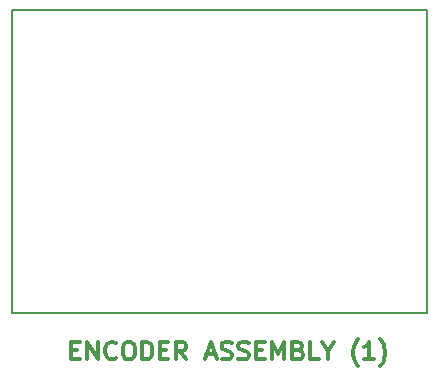
<source format=gbr>
G04 #@! TF.GenerationSoftware,KiCad,Pcbnew,(5.0.0-3-g5ebb6b6)*
G04 #@! TF.CreationDate,2019-05-02T12:54:52+02:00*
G04 #@! TF.ProjectId,Encoder assembly 1,456E636F64657220617373656D626C79,rev?*
G04 #@! TF.SameCoordinates,Original*
G04 #@! TF.FileFunction,Legend,Top*
G04 #@! TF.FilePolarity,Positive*
%FSLAX46Y46*%
G04 Gerber Fmt 4.6, Leading zero omitted, Abs format (unit mm)*
G04 Created by KiCad (PCBNEW (5.0.0-3-g5ebb6b6)) date Thursday, 02 May 2019 at 12:54:52*
%MOMM*%
%LPD*%
G01*
G04 APERTURE LIST*
%ADD10C,0.300000*%
%ADD11C,0.200000*%
G04 APERTURE END LIST*
D10*
X92564285Y-97142857D02*
X93064285Y-97142857D01*
X93278571Y-97928571D02*
X92564285Y-97928571D01*
X92564285Y-96428571D01*
X93278571Y-96428571D01*
X93921428Y-97928571D02*
X93921428Y-96428571D01*
X94778571Y-97928571D01*
X94778571Y-96428571D01*
X96350000Y-97785714D02*
X96278571Y-97857142D01*
X96064285Y-97928571D01*
X95921428Y-97928571D01*
X95707142Y-97857142D01*
X95564285Y-97714285D01*
X95492857Y-97571428D01*
X95421428Y-97285714D01*
X95421428Y-97071428D01*
X95492857Y-96785714D01*
X95564285Y-96642857D01*
X95707142Y-96500000D01*
X95921428Y-96428571D01*
X96064285Y-96428571D01*
X96278571Y-96500000D01*
X96350000Y-96571428D01*
X97278571Y-96428571D02*
X97564285Y-96428571D01*
X97707142Y-96500000D01*
X97850000Y-96642857D01*
X97921428Y-96928571D01*
X97921428Y-97428571D01*
X97850000Y-97714285D01*
X97707142Y-97857142D01*
X97564285Y-97928571D01*
X97278571Y-97928571D01*
X97135714Y-97857142D01*
X96992857Y-97714285D01*
X96921428Y-97428571D01*
X96921428Y-96928571D01*
X96992857Y-96642857D01*
X97135714Y-96500000D01*
X97278571Y-96428571D01*
X98564285Y-97928571D02*
X98564285Y-96428571D01*
X98921428Y-96428571D01*
X99135714Y-96500000D01*
X99278571Y-96642857D01*
X99350000Y-96785714D01*
X99421428Y-97071428D01*
X99421428Y-97285714D01*
X99350000Y-97571428D01*
X99278571Y-97714285D01*
X99135714Y-97857142D01*
X98921428Y-97928571D01*
X98564285Y-97928571D01*
X100064285Y-97142857D02*
X100564285Y-97142857D01*
X100778571Y-97928571D02*
X100064285Y-97928571D01*
X100064285Y-96428571D01*
X100778571Y-96428571D01*
X102278571Y-97928571D02*
X101778571Y-97214285D01*
X101421428Y-97928571D02*
X101421428Y-96428571D01*
X101992857Y-96428571D01*
X102135714Y-96500000D01*
X102207142Y-96571428D01*
X102278571Y-96714285D01*
X102278571Y-96928571D01*
X102207142Y-97071428D01*
X102135714Y-97142857D01*
X101992857Y-97214285D01*
X101421428Y-97214285D01*
X103992857Y-97500000D02*
X104707142Y-97500000D01*
X103850000Y-97928571D02*
X104350000Y-96428571D01*
X104850000Y-97928571D01*
X105278571Y-97857142D02*
X105492857Y-97928571D01*
X105850000Y-97928571D01*
X105992857Y-97857142D01*
X106064285Y-97785714D01*
X106135714Y-97642857D01*
X106135714Y-97500000D01*
X106064285Y-97357142D01*
X105992857Y-97285714D01*
X105850000Y-97214285D01*
X105564285Y-97142857D01*
X105421428Y-97071428D01*
X105350000Y-97000000D01*
X105278571Y-96857142D01*
X105278571Y-96714285D01*
X105350000Y-96571428D01*
X105421428Y-96500000D01*
X105564285Y-96428571D01*
X105921428Y-96428571D01*
X106135714Y-96500000D01*
X106707142Y-97857142D02*
X106921428Y-97928571D01*
X107278571Y-97928571D01*
X107421428Y-97857142D01*
X107492857Y-97785714D01*
X107564285Y-97642857D01*
X107564285Y-97500000D01*
X107492857Y-97357142D01*
X107421428Y-97285714D01*
X107278571Y-97214285D01*
X106992857Y-97142857D01*
X106850000Y-97071428D01*
X106778571Y-97000000D01*
X106707142Y-96857142D01*
X106707142Y-96714285D01*
X106778571Y-96571428D01*
X106850000Y-96500000D01*
X106992857Y-96428571D01*
X107350000Y-96428571D01*
X107564285Y-96500000D01*
X108207142Y-97142857D02*
X108707142Y-97142857D01*
X108921428Y-97928571D02*
X108207142Y-97928571D01*
X108207142Y-96428571D01*
X108921428Y-96428571D01*
X109564285Y-97928571D02*
X109564285Y-96428571D01*
X110064285Y-97500000D01*
X110564285Y-96428571D01*
X110564285Y-97928571D01*
X111778571Y-97142857D02*
X111992857Y-97214285D01*
X112064285Y-97285714D01*
X112135714Y-97428571D01*
X112135714Y-97642857D01*
X112064285Y-97785714D01*
X111992857Y-97857142D01*
X111850000Y-97928571D01*
X111278571Y-97928571D01*
X111278571Y-96428571D01*
X111778571Y-96428571D01*
X111921428Y-96500000D01*
X111992857Y-96571428D01*
X112064285Y-96714285D01*
X112064285Y-96857142D01*
X111992857Y-97000000D01*
X111921428Y-97071428D01*
X111778571Y-97142857D01*
X111278571Y-97142857D01*
X113492857Y-97928571D02*
X112778571Y-97928571D01*
X112778571Y-96428571D01*
X114278571Y-97214285D02*
X114278571Y-97928571D01*
X113778571Y-96428571D02*
X114278571Y-97214285D01*
X114778571Y-96428571D01*
X116850000Y-98500000D02*
X116778571Y-98428571D01*
X116635714Y-98214285D01*
X116564285Y-98071428D01*
X116492857Y-97857142D01*
X116421428Y-97500000D01*
X116421428Y-97214285D01*
X116492857Y-96857142D01*
X116564285Y-96642857D01*
X116635714Y-96500000D01*
X116778571Y-96285714D01*
X116850000Y-96214285D01*
X118207142Y-97928571D02*
X117350000Y-97928571D01*
X117778571Y-97928571D02*
X117778571Y-96428571D01*
X117635714Y-96642857D01*
X117492857Y-96785714D01*
X117350000Y-96857142D01*
X118707142Y-98500000D02*
X118778571Y-98428571D01*
X118921428Y-98214285D01*
X118992857Y-98071428D01*
X119064285Y-97857142D01*
X119135714Y-97500000D01*
X119135714Y-97214285D01*
X119064285Y-96857142D01*
X118992857Y-96642857D01*
X118921428Y-96500000D01*
X118778571Y-96285714D01*
X118707142Y-96214285D01*
D11*
X122700000Y-68300000D02*
X87500000Y-68300000D01*
X122700000Y-94000000D02*
X122700000Y-68300000D01*
X87500000Y-94000000D02*
X122700000Y-94000000D01*
X87500000Y-68300000D02*
X87500000Y-94000000D01*
M02*

</source>
